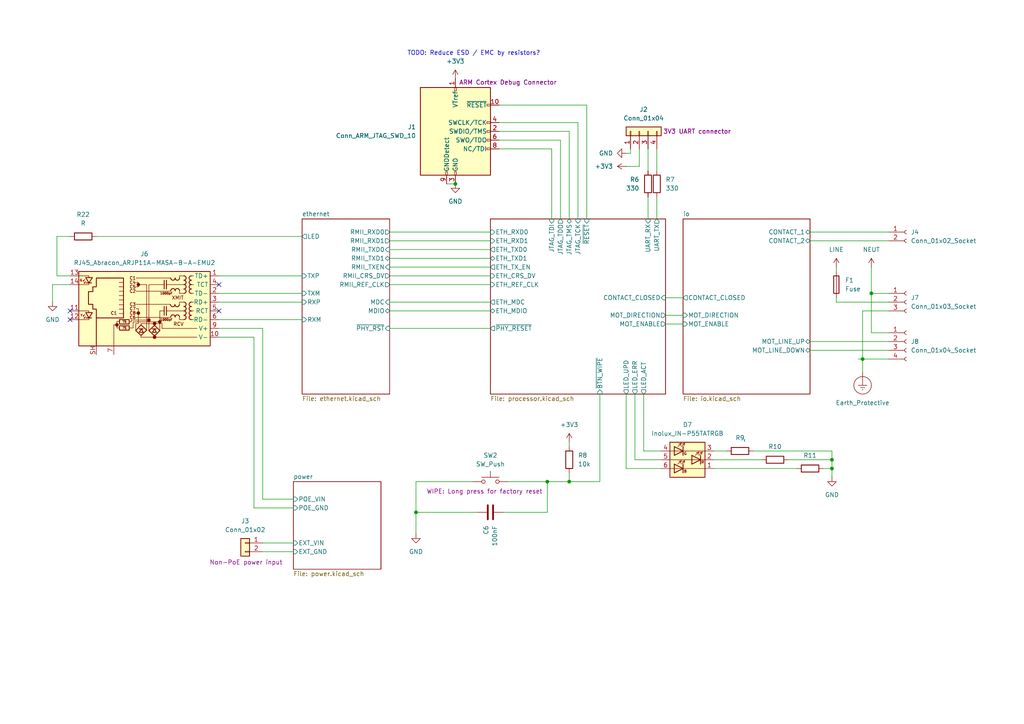
<source format=kicad_sch>
(kicad_sch (version 20250114) (generator "eeschema") (generator_version "9.0")
  (paper "A4")
  (title_block (title "iot-contact"))
  (lib_symbols
    (symbol "Connector:Conn_01x02_Socket" (pin_names (offset 1.016) (hide yes))
      (property "Reference" "J" (at 0 2.54 0))
      (property "Value" "Conn_01x02_Socket" (at 0 -5.08 0))
      (symbol "Conn_01x02_Socket_1_1"
        (polyline (pts (xy -1.27 0) (xy -0.508 0)) (stroke (width 0.1524)))
        (polyline (pts (xy -1.27 -2.54) (xy -0.508 -2.54)) (stroke (width 0.1524)))
        (arc (start 0 -0.508) (mid -0.5058 0) (end 0 0.508) (stroke (width 0.1524)))
        (arc (start 0 -3.048) (mid -0.5058 -2.54) (end 0 -2.032) (stroke (width 0.1524)))
        (pin passive line (at -5.08 0 0) (length 3.81) (name "Pin_1") (number "1"))
        (pin passive line (at -5.08 -2.54 0) (length 3.81) (name "Pin_2") (number "2"))
      )
    )
    (symbol "Connector:Conn_01x03_Socket" (pin_names (offset 1.016) (hide yes))
      (property "Reference" "J" (at 0 5.08 0))
      (property "Value" "Conn_01x03_Socket" (at 0 -5.08 0))
      (symbol "Conn_01x03_Socket_1_1"
        (polyline (pts (xy -1.27 2.54) (xy -0.508 2.54)) (stroke (width 0.1524)))
        (polyline (pts (xy -1.27 0) (xy -0.508 0)) (stroke (width 0.1524)))
        (polyline (pts (xy -1.27 -2.54) (xy -0.508 -2.54)) (stroke (width 0.1524)))
        (arc (start 0 2.032) (mid -0.5058 2.54) (end 0 3.048) (stroke (width 0.1524)))
        (arc (start 0 -0.508) (mid -0.5058 0) (end 0 0.508) (stroke (width 0.1524)))
        (arc (start 0 -3.048) (mid -0.5058 -2.54) (end 0 -2.032) (stroke (width 0.1524)))
        (pin passive line (at -5.08 2.54 0) (length 3.81) (name "Pin_1") (number "1"))
        (pin passive line (at -5.08 0 0) (length 3.81) (name "Pin_2") (number "2"))
        (pin passive line (at -5.08 -2.54 0) (length 3.81) (name "Pin_3") (number "3"))
      )
    )
    (symbol "Connector:Conn_01x04_Socket" (pin_names (offset 1.016) (hide yes))
      (property "Reference" "J" (at 0 5.08 0))
      (property "Value" "Conn_01x04_Socket" (at 0 -7.62 0))
      (symbol "Conn_01x04_Socket_1_1"
        (polyline (pts (xy -1.27 2.54) (xy -0.508 2.54)) (stroke (width 0.1524)))
        (polyline (pts (xy -1.27 0) (xy -0.508 0)) (stroke (width 0.1524)))
        (polyline (pts (xy -1.27 -2.54) (xy -0.508 -2.54)) (stroke (width 0.1524)))
        (polyline (pts (xy -1.27 -5.08) (xy -0.508 -5.08)) (stroke (width 0.1524)))
        (arc (start 0 2.032) (mid -0.5058 2.54) (end 0 3.048) (stroke (width 0.1524)))
        (arc (start 0 -0.508) (mid -0.5058 0) (end 0 0.508) (stroke (width 0.1524)))
        (arc (start 0 -3.048) (mid -0.5058 -2.54) (end 0 -2.032) (stroke (width 0.1524)))
        (arc (start 0 -5.588) (mid -0.5058 -5.08) (end 0 -4.572) (stroke (width 0.1524)))
        (pin passive line (at -5.08 2.54 0) (length 3.81) (name "Pin_1") (number "1"))
        (pin passive line (at -5.08 0 0) (length 3.81) (name "Pin_2") (number "2"))
        (pin passive line (at -5.08 -2.54 0) (length 3.81) (name "Pin_3") (number "3"))
        (pin passive line (at -5.08 -5.08 0) (length 3.81) (name "Pin_4") (number "4"))
      )
    )
    (symbol "Connector:Conn_ARM_JTAG_SWD_10" (pin_names (offset 1.016))
      (property "Reference" "J" (at -2.54 16.51 0))
      (property "Value" "Conn_ARM_JTAG_SWD_10" (at -2.54 13.97 0))
      (symbol "Conn_ARM_JTAG_SWD_10_0_1"
        (rectangle (start -10.16 12.7) (end 10.16 -12.7) (stroke (width 0.254)) (fill (type background)))
        (rectangle (start -2.794 -12.7) (end -2.286 -11.684))
        (rectangle (start -0.254 12.7) (end 0.254 11.684))
        (rectangle (start -0.254 -12.7) (end 0.254 -11.684))
        (rectangle (start 9.144 2.286) (end 10.16 2.794))
        (rectangle (start 10.16 7.874) (end 9.144 7.366))
        (rectangle (start 10.16 -0.254) (end 9.144 0.254))
        (rectangle (start 10.16 -2.794) (end 9.144 -2.286))
      )
      (symbol "Conn_ARM_JTAG_SWD_10_1_1"
        (rectangle (start 9.144 -5.334) (end 10.16 -4.826))
        (pin no_connect line (at -10.16 0 0) (length 2.54) (hide yes) (name "KEY") (number "7"))
        (pin passive line (at -2.54 -15.24 90) (length 2.54) (name "GNDDetect") (number "9"))
        (pin power_in line (at 0 15.24 270) (length 2.54) (name "VTref") (number "1"))
        (pin power_in line (at 0 -15.24 90) (length 2.54) (name "GND") (number "3"))
        (pin passive line (at 0 -15.24 90) (length 2.54) (hide yes) (name "GND") (number "5"))
        (pin open_collector line (at 12.7 7.62 180) (length 2.54) (name "~{RESET}") (number "10"))
        (pin output line (at 12.7 2.54 180) (length 2.54) (name "SWCLK/TCK") (number "4"))
        (pin bidirectional line (at 12.7 0 180) (length 2.54) (name "SWDIO/TMS") (number "2"))
        (pin input line (at 12.7 -2.54 180) (length 2.54) (name "SWO/TDO") (number "6"))
        (pin output line (at 12.7 -5.08 180) (length 2.54) (name "NC/TDI") (number "8"))
      )
    )
    (symbol "Connector:RJ45_Abracon_ARJP11A-MASA-B-A-EMU2"
      (property "Reference" "J" (at 18.415 12.7 0))
      (property "Value" "RJ45_Abracon_ARJP11A-MASA-B-A-EMU2" (at -4.445 12.7 0))
      (symbol "RJ45_Abracon_ARJP11A-MASA-B-A-EMU2_0_0"
        (polyline (pts (xy -5.08 8.89) (xy -5.08 6.35)) (stroke (width 0.254)))
        (polyline (pts (xy -5.08 1.27) (xy -5.08 -1.27)) (stroke (width 0.254)))
        (polyline (pts (xy -4.445 8.89) (xy -4.445 6.35)) (stroke (width 0.254)))
        (polyline (pts (xy -4.445 1.27) (xy -4.445 -1.27)) (stroke (width 0.254)))
        (circle (center -3.175 -3.175) (radius 0.0001) (stroke (width 0.508)))
        (circle (center -1.651 -3.683) (radius 0.0001) (stroke (width 0.508)))
        (circle (center -1.651 -7.62) (radius 0.0001) (stroke (width 0.508)))
        (circle (center 0 -2.667) (radius 0.0001) (stroke (width 0.508)))
        (circle (center 3.048 7.62) (radius 0.0001) (stroke (width 0.508)))
        (circle (center 3.048 -0.635) (radius 0.0001) (stroke (width 0.508)))
        (polyline (pts (xy 3.683 8.255) (xy 3.048 8.255) (xy 3.048 6.985) (xy 3.683 6.985)))
        (polyline (pts (xy 3.683 0.635) (xy 3.048 0.635) (xy 3.048 -0.635) (xy 3.683 -0.635)))
        (polyline (pts (xy 8.636 -4.953) (xy 9.271 -4.953) (xy 9.271 -3.048) (xy 8.636 -3.048)))
        (polyline (pts (xy 9.271 -4.064) (xy 10.16 -4.064)))
        (circle (center 9.271 -4.064) (radius 0.0001) (stroke (width 0.508)))
        (polyline (pts (xy 17.399 9.652) (xy 17.399 10.16) (xy 20.32 10.16)))
        (polyline (pts (xy 17.399 -0.508) (xy 17.399 0) (xy 20.32 0)))
        (polyline (pts (xy 20.32 7.62) (xy 17.399 7.62) (xy 17.399 8.128)))
        (polyline (pts (xy 20.32 -2.54) (xy 17.399 -2.54) (xy 17.399 -2.032)))
        (text "XMIT" (at -10.16 3.81 0) (effects (font (size 1.016 1.016)) (justify left)))
        (text "RCV" (at -10.16 -3.81 0) (effects (font (size 1.016 1.016)) (justify left)))
        (text "C1" (at 4.699 9.525 0) (effects (font (size 0.889 0.889))))
        (text "C4" (at 4.699 8.255 0) (effects (font (size 0.889 0.889))))
        (text "C5" (at 4.699 6.985 0) (effects (font (size 0.889 0.889))))
        (text "C2" (at 4.699 5.715 0) (effects (font (size 0.889 0.889))))
        (text "C3" (at 4.699 1.905 0) (effects (font (size 0.889 0.889))))
        (text "C7" (at 4.699 0.635 0) (effects (font (size 0.889 0.889))))
        (text "C8" (at 4.699 -0.635 0) (effects (font (size 0.889 0.889))))
        (text "C6" (at 4.699 -1.905 0) (effects (font (size 0.889 0.889))))
        (text "C1" (at 10.16 -0.635 0) (effects (font (size 0.889 0.889))))
      )
      (symbol "RJ45_Abracon_ARJP11A-MASA-B-A-EMU2_0_1"
        (rectangle (start -17.78 11.43) (end 20.32 -10.16) (stroke (width 0.254)) (fill (type background)))
        (polyline (pts (xy -12.3163 10.16) (xy -12.9513 10.16)))
        (polyline (pts (xy -12.3163 7.62) (xy -12.9513 7.62)))
        (polyline (pts (xy -12.3163 5.08) (xy -12.9513 5.08)))
        (polyline (pts (xy -12.3163 2.54) (xy -12.9513 2.54)))
        (polyline (pts (xy -12.3163 0) (xy -12.9513 0)))
        (polyline (pts (xy -12.3163 -2.54) (xy -12.9513 -2.54)))
        (polyline (pts (xy -10.16 10.16) (xy -8.89 10.16) (xy -8.89 9.525)))
        (polyline (pts (xy -10.16 2.54) (xy -8.89 2.54) (xy -8.89 1.905)))
        (polyline (pts (xy -8.89 5.715) (xy -8.89 5.08) (xy -10.16 5.08)))
        (polyline (pts (xy -8.89 -1.905) (xy -8.89 -2.54) (xy -10.16 -2.54)))
        (polyline (pts (xy -6.35 9.525) (xy 3.683 9.525)))
        (polyline (pts (xy -6.35 5.715) (xy 3.683 5.715)))
        (polyline (pts (xy -6.35 -1.905) (xy 3.683 -1.905)))
        (polyline (pts (xy -6.223 1.905) (xy 3.683 1.905)))
        (polyline (pts (xy -5.08 7.62) (xy -10.16 7.62)))
        (polyline (pts (xy -5.08 0) (xy -10.16 0)))
        (polyline (pts (xy -4.445 7.62) (xy 0 7.62) (xy 0 -5.715)))
        (polyline (pts (xy -4.445 0) (xy -3.175 0) (xy -3.175 -5.715)))
        (polyline (pts (xy 7.366 5.715) (xy 8.636 5.715)))
        (polyline (pts (xy 7.366 4.445) (xy 8.636 4.445)))
        (polyline (pts (xy 7.366 3.175) (xy 8.636 3.175)))
        (polyline (pts (xy 7.366 1.778) (xy 8.636 1.778)))
        (polyline (pts (xy 7.366 0.508) (xy 8.636 0.508)))
        (polyline (pts (xy 8.636 8.255) (xy 7.366 8.255)))
        (polyline (pts (xy 8.636 6.985) (xy 7.366 6.985)))
        (polyline (pts (xy 8.636 -0.762) (xy 7.366 -0.762)))
      )
      (symbol "RJ45_Abracon_ARJP11A-MASA-B-A-EMU2_1_0"
        (text "1000pF" (at -5.08 5.08 0) (effects (font (size 0.635 0.635))))
        (text "1000pF" (at -5.08 -2.54 0) (effects (font (size 0.635 0.635))))
      )
      (symbol "RJ45_Abracon_ARJP11A-MASA-B-A-EMU2_1_1"
        (polyline (pts (xy -13.97 -5.08) (xy -3.81 -5.08)))
        (polyline (pts (xy -13.97 -7.62) (xy 2.286 -7.62)))
        (arc (start -12.3163 2.54) (mid -11.684 1.905) (end -12.3163 1.27) (stroke (width 0.254)))
        (arc (start -12.3136 10.16) (mid -11.6813 9.525) (end -12.3136 8.89) (stroke (width 0.254)))
        (arc (start -12.3136 1.27) (mid -11.6813 0.635) (end -12.3136 0) (stroke (width 0.254)))
        (arc (start -12.3136 0) (mid -11.6813 -0.635) (end -12.3136 -1.27) (stroke (width 0.254)))
        (arc (start -12.3136 -1.27) (mid -11.6813 -1.905) (end -12.3136 -2.54) (stroke (width 0.254)))
        (arc (start -12.3109 8.89) (mid -11.6786 8.255) (end -12.3109 7.62) (stroke (width 0.254)))
        (arc (start -12.3109 7.62) (mid -11.6786 6.985) (end -12.3109 6.35) (stroke (width 0.254)))
        (arc (start -12.3109 6.35) (mid -11.6786 5.715) (end -12.3109 5.08) (stroke (width 0.254)))
        (arc (start -10.1654 8.89) (mid -10.7977 9.525) (end -10.1654 10.16) (stroke (width 0.254)))
        (arc (start -10.1654 7.62) (mid -10.7977 8.255) (end -10.1654 8.89) (stroke (width 0.254)))
        (arc (start -10.1654 6.35) (mid -10.7977 6.985) (end -10.1654 7.62) (stroke (width 0.254)))
        (arc (start -10.1654 1.27) (mid -10.7977 1.905) (end -10.1654 2.54) (stroke (width 0.254)))
        (arc (start -10.1654 0) (mid -10.7977 0.635) (end -10.1654 1.27) (stroke (width 0.254)))
        (arc (start -10.1654 -1.27) (mid -10.7977 -0.635) (end -10.1654 0) (stroke (width 0.254)))
        (arc (start -10.1627 5.08) (mid -10.795 5.715) (end -10.1627 6.35) (stroke (width 0.254)))
        (arc (start -10.1627 -2.54) (mid -10.795 -1.905) (end -10.1627 -1.27) (stroke (width 0.254)))
        (arc (start -7.62 9.5223) (mid -8.255 8.89) (end -8.89 9.5223) (stroke (width 0.254)))
        (arc (start -8.89 5.8447) (mid -8.255 6.477) (end -7.62 5.8447) (stroke (width 0.254)))
        (arc (start -8.89 -1.7753) (mid -8.255 -1.143) (end -7.62 -1.7753) (stroke (width 0.254)))
        (arc (start -7.5565 1.8388) (mid -8.1915 1.2065) (end -8.8265 1.8388) (stroke (width 0.254)))
        (arc (start -6.35 9.525) (mid -6.985 8.8927) (end -7.62 9.525) (stroke (width 0.254)))
        (arc (start -7.62 5.8474) (mid -6.985 6.4797) (end -6.35 5.8474) (stroke (width 0.254)))
        (arc (start -7.62 -1.7726) (mid -6.985 -1.1403) (end -6.35 -1.7726) (stroke (width 0.254)))
        (arc (start -6.2865 1.8415) (mid -6.9215 1.2092) (end -7.5565 1.8415) (stroke (width 0.254)))
        (polyline (pts (xy -3.81 -5.08) (xy -3.81 -3.683) (xy -1.651 -3.683)))
        (polyline (pts (xy -2.159 -5.207) (xy -1.016 -5.207)) (stroke (width 0.254)))
        (polyline (pts (xy -2.159 -6.223) (xy -1.016 -6.223) (xy -1.651 -5.207) (xy -2.159 -6.223)) (stroke (width 0.254)))
        (polyline (pts (xy -1.905 -3.683) (xy -1.651 -3.683) (xy -1.651 -4.191)))
        (polyline (pts (xy -1.651 -3.683) (xy 2.286 -3.683) (xy 2.286 -4.064)))
        (polyline (pts (xy -1.651 -4.191) (xy -3.175 -5.715) (xy -1.651 -7.239) (xy 0 -5.715) (xy -1.651 -4.191)) (stroke (width 0.254)))
        (polyline (pts (xy -1.651 -7.239) (xy -1.651 -7.493)))
        (polyline (pts (xy 1.651 -5.207) (xy 2.794 -5.207)) (stroke (width 0.254)))
        (polyline (pts (xy 1.651 -6.223) (xy 2.794 -6.223) (xy 2.159 -5.207) (xy 1.651 -6.223)) (stroke (width 0.254)))
        (polyline (pts (xy 2.286 -4.064) (xy 0.635 -5.588) (xy 2.286 -7.112) (xy 3.81 -5.715) (xy 2.286 -4.064)) (stroke (width 0.254)))
        (polyline (pts (xy 2.286 -7.112) (xy 2.286 -7.62)))
        (polyline (pts (xy 3.048 7.62) (xy 0.635 7.62) (xy 0.635 -5.588)))
        (polyline (pts (xy 3.048 -0.508) (xy 3.048 -3.683) (xy 3.81 -3.683) (xy 3.81 -5.715)))
        (polyline (pts (xy 5.715 -3.175) (xy 5.08 -3.175) (xy 5.08 -2.667) (xy 0 -2.667)))
        (polyline (pts (xy 5.715 -4.953) (xy 4.572 -4.953) (xy 4.572 -3.175) (xy -3.175 -3.175)))
        (polyline (pts (xy 7.366 -2.032) (xy 7.366 9.525) (xy 15.24 9.525) (xy 15.24 6.985) (xy 16.256 6.985) (xy 16.256 5.588) (xy 17.526 5.588) (xy 17.526 1.905) (xy 16.256 1.905) (xy 16.256 0.508) (xy 15.24 0.508) (xy 15.24 -2.032) (xy 7.366 -2.032)) (stroke (width 0.254)))
        (rectangle (start 8.509 -3.81) (end 5.715 -2.54) (stroke (width 0.254)))
        (rectangle (start 8.509 -5.588) (end 5.715 -4.318) (stroke (width 0.254)))
        (polyline (pts (xy 10.16 -4.064) (xy 10.16 -10.16)))
        (polyline (pts (xy 15.24 -10.16) (xy 15.24 -2.032)) (stroke (width 0.254)))
        (polyline (pts (xy 18.161 8.128) (xy 16.637 8.128)) (stroke (width 0.254)))
        (polyline (pts (xy 18.161 -2.032) (xy 16.637 -2.032)) (stroke (width 0.254)))
        (polyline (pts (xy 18.288 9.652) (xy 16.383 9.652) (xy 17.399 8.128) (xy 18.288 9.652)) (stroke (width 0.254)))
        (polyline (pts (xy 18.288 8.509) (xy 18.796 8.001) (xy 18.542 8.001)))
        (polyline (pts (xy 18.288 -0.508) (xy 16.383 -0.508) (xy 17.399 -2.032) (xy 18.288 -0.508)) (stroke (width 0.254)))
        (polyline (pts (xy 18.288 -1.651) (xy 18.796 -2.159) (xy 18.542 -2.159)))
        (polyline (pts (xy 18.542 9.144) (xy 19.05 8.636) (xy 18.796 8.636)))
        (polyline (pts (xy 18.542 -1.016) (xy 19.05 -1.524) (xy 18.796 -1.524)))
        (polyline (pts (xy 18.796 8.001) (xy 18.796 8.255)))
        (polyline (pts (xy 18.796 -2.159) (xy 18.796 -1.905)))
        (polyline (pts (xy 19.05 8.636) (xy 19.05 8.89)))
        (polyline (pts (xy 19.05 -1.524) (xy 19.05 -1.27)))
        (text "75" (at 7.112 -3.175 0) (effects (font (size 0.635 0.635))))
        (text "75" (at 7.112 -4.953 0) (effects (font (size 0.635 0.635))))
        (text "Y" (at 19.558 -1.27 0) (effects (font (size 0.635 0.635))))
        (text "G" (at 19.685 8.89 0) (effects (font (size 0.635 0.635))))
        (pin passive line (at -20.32 10.16 0) (length 2.54) (name "TD+") (number "1"))
        (pin passive line (at -20.32 7.62 0) (length 2.54) (name "TCT") (number "4"))
        (pin passive line (at -20.32 5.08 0) (length 2.54) (name "TD-") (number "2"))
        (pin passive line (at -20.32 2.54 0) (length 2.54) (name "RD+") (number "3"))
        (pin passive line (at -20.32 0 0) (length 2.54) (name "RCT") (number "5"))
        (pin passive line (at -20.32 -2.54 0) (length 2.54) (name "RD-") (number "6"))
        (pin power_out line (at -20.32 -5.08 0) (length 2.54) (name "V+") (number "9"))
        (pin power_out line (at -20.32 -7.62 0) (length 2.54) (name "V-") (number "10"))
        (pin power_in line (at 10.16 -12.7 90) (length 2.54) (name "") (number "7"))
        (pin passive line (at 15.24 -12.7 90) (length 2.54) (name "") (number "SH"))
        (pin no_connect line (at 20.32 5.08 0) (length 0) (hide yes) (name "NC") (number "8"))
        (pin passive line (at 22.86 10.16 180) (length 2.54) (name "") (number "13"))
        (pin passive line (at 22.86 7.62 180) (length 2.54) (name "") (number "14"))
        (pin passive line (at 22.86 0 180) (length 2.54) (name "") (number "11"))
        (pin passive line (at 22.86 -2.54 180) (length 2.54) (name "") (number "12"))
      )
    )
    (symbol "Connector_Generic:Conn_01x02" (pin_names (offset 1.016) (hide yes))
      (property "Reference" "J" (at 0 2.54 0))
      (property "Value" "Conn_01x02" (at 0 -5.08 0))
      (symbol "Conn_01x02_1_1"
        (rectangle (start -1.27 1.27) (end 1.27 -3.81) (stroke (width 0.254)) (fill (type background)))
        (rectangle (start -1.27 0.127) (end 0 -0.127) (stroke (width 0.1524)))
        (rectangle (start -1.27 -2.413) (end 0 -2.667) (stroke (width 0.1524)))
        (pin passive line (at -5.08 0 0) (length 3.81) (name "Pin_1") (number "1"))
        (pin passive line (at -5.08 -2.54 0) (length 3.81) (name "Pin_2") (number "2"))
      )
    )
    (symbol "Connector_Generic:Conn_01x04" (pin_names (offset 1.016) (hide yes))
      (property "Reference" "J" (at 0 5.08 0))
      (property "Value" "Conn_01x04" (at 0 -7.62 0))
      (symbol "Conn_01x04_1_1"
        (rectangle (start -1.27 3.81) (end 1.27 -6.35) (stroke (width 0.254)) (fill (type background)))
        (rectangle (start -1.27 2.667) (end 0 2.413) (stroke (width 0.1524)))
        (rectangle (start -1.27 0.127) (end 0 -0.127) (stroke (width 0.1524)))
        (rectangle (start -1.27 -2.413) (end 0 -2.667) (stroke (width 0.1524)))
        (rectangle (start -1.27 -4.953) (end 0 -5.207) (stroke (width 0.1524)))
        (pin passive line (at -5.08 2.54 0) (length 3.81) (name "Pin_1") (number "1"))
        (pin passive line (at -5.08 0 0) (length 3.81) (name "Pin_2") (number "2"))
        (pin passive line (at -5.08 -2.54 0) (length 3.81) (name "Pin_3") (number "3"))
        (pin passive line (at -5.08 -5.08 0) (length 3.81) (name "Pin_4") (number "4"))
      )
    )
    (symbol "Device:C" (pin_numbers (hide yes)) (pin_names (offset 0.254))
      (property "Reference" "C" (at 0.635 2.54 0))
      (property "Value" "C" (at 0.635 -2.54 0))
      (symbol "C_0_1"
        (polyline (pts (xy -2.032 0.762) (xy 2.032 0.762)) (stroke (width 0.508)))
        (polyline (pts (xy -2.032 -0.762) (xy 2.032 -0.762)) (stroke (width 0.508)))
      )
      (symbol "C_1_1"
        (pin passive line (at 0 3.81 270) (length 2.794) (name "~") (number "1"))
        (pin passive line (at 0 -3.81 90) (length 2.794) (name "~") (number "2"))
      )
    )
    (symbol "Device:Fuse" (pin_numbers (hide yes)) (pin_names (offset 0))
      (property "Reference" "F" (at 2.032 0 90))
      (property "Value" "Fuse" (at -1.905 0 90))
      (symbol "Fuse_0_1"
        (rectangle (start -0.762 -2.54) (end 0.762 2.54) (stroke (width 0.254)))
        (polyline (pts (xy 0 2.54) (xy 0 -2.54)))
      )
      (symbol "Fuse_1_1"
        (pin passive line (at 0 3.81 270) (length 1.27) (name "~") (number "1"))
        (pin passive line (at 0 -3.81 90) (length 1.27) (name "~") (number "2"))
      )
    )
    (symbol "Device:R" (pin_numbers (hide yes)) (pin_names (offset 0))
      (property "Reference" "R" (at 2.032 0 90))
      (property "Value" "R" (at 0 0 90))
      (symbol "R_0_1"
        (rectangle (start -1.016 -2.54) (end 1.016 2.54) (stroke (width 0.254)))
      )
      (symbol "R_1_1"
        (pin passive line (at 0 3.81 270) (length 1.27) (name "~") (number "1"))
        (pin passive line (at 0 -3.81 90) (length 1.27) (name "~") (number "2"))
      )
    )
    (symbol "LED:Inolux_IN-P55TATRGB" (pin_names (hide yes))
      (property "Reference" "D" (at -5.08 6.35 0))
      (property "Value" "Inolux_IN-P55TATRGB" (at -5.08 -6.35 0))
      (symbol "Inolux_IN-P55TATRGB_0_0"
        (text "B" (at -0.635 -3.3274 0) (effects (font (size 0.762 0.762))))
      )
      (symbol "Inolux_IN-P55TATRGB_0_1"
        (rectangle (start -5.08 5.08) (end 5.08 -5.08) (stroke (width 0.254)) (fill (type background)))
        (polyline (pts (xy -5.08 2.54) (xy 5.08 2.54)))
        (polyline (pts (xy -5.08 0) (xy 5.08 0)))
        (polyline (pts (xy -5.08 -2.54) (xy 5.08 -2.54)))
        (polyline (pts (xy -3.81 3.81) (xy -3.81 1.27) (xy -1.27 2.54) (xy -3.81 3.81)) (stroke (width 0.254)))
        (polyline (pts (xy -3.81 -1.27) (xy -3.81 -3.81) (xy -1.27 -2.54) (xy -3.81 -1.27)) (stroke (width 0.254)))
        (polyline (pts (xy -2.794 3.81) (xy -1.778 4.826)))
        (polyline (pts (xy -2.794 -1.27) (xy -1.778 -0.254)))
        (polyline (pts (xy -2.54 4.572) (xy -1.778 4.826) (xy -2.032 4.064)))
        (polyline (pts (xy -2.032 -1.016) (xy -1.778 -0.254) (xy -2.54 -0.508)))
        (polyline (pts (xy -1.778 3.81) (xy -0.762 4.826)))
        (polyline (pts (xy -1.778 -1.27) (xy -0.762 -0.254)))
        (polyline (pts (xy -1.524 4.572) (xy -0.762 4.826) (xy -1.016 4.064)))
        (polyline (pts (xy -1.524 -0.508) (xy -0.762 -0.254) (xy -1.016 -1.016)))
        (polyline (pts (xy -1.27 3.81) (xy -1.27 1.27)) (stroke (width 0.254)))
        (polyline (pts (xy -1.27 -1.27) (xy -1.27 -3.81)) (stroke (width 0.254)))
        (polyline (pts (xy 1.27 1.27) (xy 1.27 -1.27) (xy 3.81 0) (xy 1.27 1.27)) (stroke (width 0.254)))
        (polyline (pts (xy 2.286 1.27) (xy 3.302 2.286)))
        (polyline (pts (xy 3.048 1.524) (xy 3.302 2.286) (xy 2.54 2.032)))
        (polyline (pts (xy 3.302 1.27) (xy 4.318 2.286)))
        (polyline (pts (xy 3.556 2.032) (xy 4.318 2.286) (xy 4.064 1.524)))
        (polyline (pts (xy 3.81 1.27) (xy 3.81 -1.27)) (stroke (width 0.254)))
      )
      (symbol "Inolux_IN-P55TATRGB_1_0"
        (text "G" (at -0.635 1.8034 0) (effects (font (size 0.762 0.762))))
        (text "R" (at 4.4196 -0.7112 0) (effects (font (size 0.762 0.762))))
      )
      (symbol "Inolux_IN-P55TATRGB_1_1"
        (pin passive line (at -7.62 2.54 0) (length 2.54) (name "AG") (number "4"))
        (pin passive line (at -7.62 0 0) (length 2.54) (name "AR") (number "5"))
        (pin passive line (at -7.62 -2.54 0) (length 2.54) (name "AB") (number "6"))
        (pin passive line (at 7.62 2.54 180) (length 2.54) (name "KG") (number "3"))
        (pin passive line (at 7.62 0 180) (length 2.54) (name "KR") (number "2"))
        (pin passive line (at 7.62 -2.54 180) (length 2.54) (name "KB") (number "1"))
      )
    )
    (symbol "Switch:SW_Push" (pin_numbers (hide yes)) (pin_names (offset 1.016) (hide yes))
      (property "Reference" "SW" (at 1.27 2.54 0))
      (property "Value" "SW_Push" (at 0 -1.524 0))
      (symbol "SW_Push_0_1"
        (circle (center -2.032 0) (radius 0.508))
        (polyline (pts (xy 0 1.27) (xy 0 3.048)))
        (circle (center 2.032 0) (radius 0.508))
        (polyline (pts (xy 2.54 1.27) (xy -2.54 1.27)))
        (pin passive line (at -5.08 0 0) (length 2.54) (name "1") (number "1"))
        (pin passive line (at 5.08 0 180) (length 2.54) (name "2") (number "2"))
      )
    )
    (symbol "power:+3V3" (power) (pin_numbers (hide yes)) (pin_names (offset 0) (hide yes))
      (property "Value" "+3V3" (at 0 3.556 0))
      (symbol "+3V3_0_1"
        (polyline (pts (xy -0.762 1.27) (xy 0 2.54)))
        (polyline (pts (xy 0 2.54) (xy 0.762 1.27)))
        (polyline (pts (xy 0 0) (xy 0 2.54)))
      )
      (symbol "+3V3_1_1"
        (pin power_in line (at 0 0 90) (length 0) (name "~") (number "1"))
      )
    )
    (symbol "power:Earth_Protective" (power) (pin_numbers (hide yes)) (pin_names (offset 0) (hide yes))
      (property "Value" "Earth_Protective" (at 0 -7.62 0))
      (symbol "Earth_Protective_0_1"
        (polyline (pts (xy -0.635 -4.445) (xy 0.635 -4.445)))
        (polyline (pts (xy -0.127 -5.08) (xy 0.127 -5.08)))
        (polyline (pts (xy 0 -3.81) (xy 0 0)))
        (circle (center 0 -3.81) (radius 2.54))
        (polyline (pts (xy 1.27 -3.81) (xy -1.27 -3.81)))
      )
      (symbol "Earth_Protective_1_1"
        (pin power_in line (at 0 0 270) (length 0) (name "~") (number "1"))
      )
    )
    (symbol "power:GND" (power) (pin_numbers (hide yes)) (pin_names (offset 0) (hide yes))
      (property "Value" "GND" (at 0 -3.81 0))
      (symbol "GND_0_1"
        (polyline (pts (xy 0 0) (xy 0 -1.27) (xy 1.27 -1.27) (xy 0 -2.54) (xy -1.27 -1.27) (xy 0 -1.27)))
      )
      (symbol "GND_1_1"
        (pin power_in line (at 0 0 270) (length 0) (name "~") (number "1"))
      )
    )
    (symbol "power:LINE" (power) (pin_numbers (hide yes)) (pin_names (offset 0) (hide yes))
      (property "Value" "LINE" (at 0 3.556 0))
      (symbol "LINE_0_1"
        (polyline (pts (xy -0.762 1.27) (xy 0 2.54)))
        (polyline (pts (xy 0 2.54) (xy 0.762 1.27)))
        (polyline (pts (xy 0 0) (xy 0 2.54)))
      )
      (symbol "LINE_1_1"
        (pin power_in line (at 0 0 90) (length 0) (name "~") (number "1"))
      )
    )
    (symbol "power:NEUT" (power) (pin_numbers (hide yes)) (pin_names (offset 0) (hide yes))
      (property "Value" "NEUT" (at 0 3.556 0))
      (symbol "NEUT_0_1"
        (polyline (pts (xy -0.762 1.27) (xy 0 2.54)))
        (polyline (pts (xy 0 2.54) (xy 0.762 1.27)))
        (polyline (pts (xy 0 0) (xy 0 2.54)))
      )
      (symbol "NEUT_1_1"
        (pin power_in line (at 0 0 90) (length 0) (name "~") (number "1"))
      )
    )
  )
  (text "TODO: Reduce ESD / EMC by resistors?" (at 137.414 15.494 0) (effects (font (size 1.27 1.27))))
  (junction (at 120.65 148.59))
  (junction (at 250.19 104.14))
  (junction (at 241.3 133.35))
  (junction (at 165.1 139.7))
  (junction (at 158.75 139.7))
  (junction (at 241.3 135.89))
  (junction (at 252.73 85.09))
  (junction (at 132.08 53.34))
  (no_connect (at 63.5 90.17))
  (no_connect (at 63.5 82.55))
  (no_connect (at 20.32 90.17))
  (no_connect (at 20.32 92.71))
  (wire (pts (xy 162.56 40.64) (xy 162.56 63.5)))
  (wire (pts (xy 190.5 57.15) (xy 190.5 63.5)))
  (wire (pts (xy 120.65 139.7) (xy 137.16 139.7)))
  (wire (pts (xy 120.65 139.7) (xy 120.65 148.59)))
  (wire (pts (xy 234.95 99.06) (xy 257.81 99.06)))
  (wire (pts (xy 257.81 96.52) (xy 252.73 96.52)))
  (wire (pts (xy 113.03 69.85) (xy 142.24 69.85)))
  (wire (pts (xy 250.19 104.14) (xy 248.92 104.14)))
  (wire (pts (xy 234.95 67.31) (xy 257.81 67.31)))
  (wire (pts (xy 113.03 74.93) (xy 142.24 74.93)))
  (wire (pts (xy 228.6 133.35) (xy 241.3 133.35)))
  (wire (pts (xy 181.61 114.3) (xy 181.61 135.89)))
  (wire (pts (xy 185.42 48.26) (xy 181.61 48.26)))
  (wire (pts (xy 158.75 148.59) (xy 158.75 139.7)))
  (wire (pts (xy 207.01 130.81) (xy 210.82 130.81)))
  (wire (pts (xy 147.32 139.7) (xy 158.75 139.7)))
  (wire (pts (xy 113.03 95.25) (xy 142.24 95.25)))
  (wire (pts (xy 241.3 135.89) (xy 241.3 138.43)))
  (wire (pts (xy 20.32 82.55) (xy 15.24 82.55)))
  (wire (pts (xy 181.61 135.89) (xy 191.77 135.89)))
  (wire (pts (xy 144.78 35.56) (xy 167.64 35.56)))
  (wire (pts (xy 165.1 139.7) (xy 158.75 139.7)))
  (wire (pts (xy 193.04 86.36) (xy 198.12 86.36)))
  (wire (pts (xy 144.78 30.48) (xy 170.18 30.48)))
  (wire (pts (xy 170.18 30.48) (xy 170.18 63.5)))
  (wire (pts (xy 16.51 68.58) (xy 16.51 80.01)))
  (wire (pts (xy 173.99 114.3) (xy 173.99 139.7)))
  (wire (pts (xy 27.94 68.58) (xy 87.63 68.58)))
  (wire (pts (xy 186.69 130.81) (xy 191.77 130.81)))
  (wire (pts (xy 113.03 77.47) (xy 142.24 77.47)))
  (wire (pts (xy 234.95 69.85) (xy 257.81 69.85)))
  (wire (pts (xy 186.69 114.3) (xy 186.69 130.81)))
  (wire (pts (xy 129.54 53.34) (xy 132.08 53.34)))
  (wire (pts (xy 16.51 80.01) (xy 20.32 80.01)))
  (wire (pts (xy 144.78 40.64) (xy 162.56 40.64)))
  (wire (pts (xy 241.3 133.35) (xy 241.3 135.89)))
  (wire (pts (xy 73.66 97.79) (xy 73.66 147.32)))
  (wire (pts (xy 238.76 135.89) (xy 241.3 135.89)))
  (wire (pts (xy 181.61 44.45) (xy 182.88 44.45)))
  (wire (pts (xy 252.73 85.09) (xy 257.81 85.09)))
  (wire (pts (xy 187.96 57.15) (xy 187.96 63.5)))
  (wire (pts (xy 63.5 95.25) (xy 76.2 95.25)))
  (wire (pts (xy 63.5 92.71) (xy 87.63 92.71)))
  (wire (pts (xy 242.57 77.47) (xy 242.57 78.74)))
  (wire (pts (xy 250.19 104.14) (xy 250.19 90.17)))
  (wire (pts (xy 185.42 43.18) (xy 185.42 48.26)))
  (wire (pts (xy 252.73 85.09) (xy 252.73 96.52)))
  (wire (pts (xy 144.78 43.18) (xy 160.02 43.18)))
  (wire (pts (xy 165.1 128.27) (xy 165.1 129.54)))
  (wire (pts (xy 187.96 43.18) (xy 187.96 49.53)))
  (wire (pts (xy 165.1 137.16) (xy 165.1 139.7)))
  (wire (pts (xy 182.88 44.45) (xy 182.88 43.18)))
  (wire (pts (xy 120.65 148.59) (xy 120.65 154.94)))
  (wire (pts (xy 76.2 160.02) (xy 85.09 160.02)))
  (wire (pts (xy 165.1 38.1) (xy 165.1 63.5)))
  (wire (pts (xy 113.03 67.31) (xy 142.24 67.31)))
  (wire (pts (xy 218.44 130.81) (xy 241.3 130.81)))
  (wire (pts (xy 63.5 97.79) (xy 73.66 97.79)))
  (wire (pts (xy 190.5 43.18) (xy 190.5 49.53)))
  (wire (pts (xy 193.04 91.44) (xy 198.12 91.44)))
  (wire (pts (xy 76.2 144.78) (xy 85.09 144.78)))
  (wire (pts (xy 184.15 133.35) (xy 191.77 133.35)))
  (wire (pts (xy 113.03 80.01) (xy 142.24 80.01)))
  (wire (pts (xy 173.99 139.7) (xy 165.1 139.7)))
  (wire (pts (xy 167.64 35.56) (xy 167.64 63.5)))
  (wire (pts (xy 63.5 80.01) (xy 87.63 80.01)))
  (wire (pts (xy 250.19 104.14) (xy 257.81 104.14)))
  (wire (pts (xy 250.19 107.95) (xy 250.19 104.14)))
  (wire (pts (xy 113.03 87.63) (xy 142.24 87.63)))
  (wire (pts (xy 113.03 90.17) (xy 142.24 90.17)))
  (wire (pts (xy 144.78 38.1) (xy 165.1 38.1)))
  (wire (pts (xy 250.19 90.17) (xy 257.81 90.17)))
  (wire (pts (xy 252.73 77.47) (xy 252.73 85.09)))
  (wire (pts (xy 160.02 43.18) (xy 160.02 63.5)))
  (wire (pts (xy 242.57 86.36) (xy 242.57 87.63)))
  (wire (pts (xy 76.2 157.48) (xy 85.09 157.48)))
  (wire (pts (xy 113.03 82.55) (xy 142.24 82.55)))
  (wire (pts (xy 184.15 114.3) (xy 184.15 133.35)))
  (wire (pts (xy 207.01 133.35) (xy 220.98 133.35)))
  (wire (pts (xy 193.04 93.98) (xy 198.12 93.98)))
  (wire (pts (xy 73.66 147.32) (xy 85.09 147.32)))
  (wire (pts (xy 234.95 101.6) (xy 257.81 101.6)))
  (wire (pts (xy 241.3 130.81) (xy 241.3 133.35)))
  (wire (pts (xy 20.32 68.58) (xy 16.51 68.58)))
  (wire (pts (xy 146.05 148.59) (xy 158.75 148.59)))
  (wire (pts (xy 113.03 72.39) (xy 142.24 72.39)))
  (wire (pts (xy 242.57 87.63) (xy 257.81 87.63)))
  (wire (pts (xy 15.24 82.55) (xy 15.24 87.63)))
  (wire (pts (xy 76.2 95.25) (xy 76.2 144.78)))
  (wire (pts (xy 138.43 148.59) (xy 120.65 148.59)))
  (wire (pts (xy 63.5 85.09) (xy 87.63 85.09)))
  (wire (pts (xy 207.01 135.89) (xy 231.14 135.89)))
  (wire (pts (xy 63.5 87.63) (xy 87.63 87.63)))
  (symbol (lib_id "Device:R") (at 234.95 135.89 270) (unit 1)
    (property "Reference" "R11" (at 234.95 132.08 90))
    (property "Description" "Resistor" (effects (hide yes)))
  )
  (symbol (lib_id "Connector:RJ45_Abracon_ARJP11A-MASA-B-A-EMU2") (at 43.18 90.17 0) (mirror y) (unit 1)
    (property "Reference" "J6" (at 41.91 73.66 0))
    (property "Value" "RJ45_Abracon_ARJP11A-MASA-B-A-EMU2" (at 41.91 76.2 0))
    (property "Footprint" "Connector_RJ:RJ45_Abracon_ARJP11A-MA_Horizontal" (effects (hide yes)))
    (property "Datasheet" "https://abracon.com/Magnetics/lan/ARJP11A.PDF" (effects (hide yes)))
    (property "Description" "RJ45 PoE 10/100 Base-TX Jack with Magnetic Module" (effects (hide yes)))
  )
  (symbol (lib_id "Connector:Conn_01x04_Socket") (at 262.89 99.06 0) (unit 1)
    (property "Reference" "J8" (at 264.16 99.0599 0) (effects (justify left)))
    (property "Value" "Conn_01x04_Socket" (at 264.16 101.5999 0) (effects (justify left)))
    (property "Footprint" "TerminalBlock_WAGO:TerminalBlock_WAGO_236-404_1x04_P5.00mm_45Degree" (effects (hide yes)))
    (property "Description" "Generic connector, single row, 01x04, script generated" (effects (hide yes)))
  )
  (symbol (lib_id "Device:R") (at 190.5 53.34 0) (unit 1)
    (property "Reference" "R7" (at 193.04 52.0699 0) (effects (justify left)))
    (property "Value" "330" (at 193.04 54.6099 0) (effects (justify left)))
    (property "Description" "Resistor" (effects (hide yes)))
  )
  (symbol (lib_id "Switch:SW_Push") (at 142.24 139.7 0) (mirror y) (unit 1)
    (property "Reference" "SW2" (at 142.24 132.08 0))
    (property "Value" "SW_Push" (at 142.24 134.62 0))
    (property "Footprint" "Button_Switch_SMD:SW_SPST_TL3305B" (effects (hide yes)))
    (property "Datasheet" "https://www.e-switch.com/wp-content/uploads/2024/08/TL3305.pdf" (effects (hide yes)))
    (property "Description" "WIPE: Long press for factory reset" (at 123.698 142.494 0) (effects (justify right)))
    (property "MPN" "TL3305BF260QG" (effects (hide yes)))
    (property "Manufacturer" "E-Switch" (effects (hide yes)))
  )
  (symbol (lib_id "Connector_Generic:Conn_01x04") (at 185.42 38.1 90) (unit 1)
    (property "Reference" "J2" (at 186.69 31.75 90))
    (property "Value" "Conn_01x04" (at 186.69 34.29 90))
    (property "Footprint" "Connector_PinHeader_2.54mm:PinHeader_1x04_P2.54mm_Vertical" (effects (hide yes)))
    (property "Description" "3V3 UART connector" (at 202.184 38.1 90))
  )
  (symbol (lib_id "LED:Inolux_IN-P55TATRGB") (at 199.39 133.35 0) (unit 1)
    (property "Reference" "D7" (at 199.39 123.19 0))
    (property "Value" "Inolux_IN-P55TATRGB" (at 199.39 125.73 0))
    (property "Footprint" "LED_SMD:LED_Inolux_IN-P55TATRGB_PLCC6_5.0x5.5mm_P1.8mm" (effects (hide yes)))
    (property "Datasheet" "https://www.inolux-corp.com/datasheet/SMDLED/RGB%20Top%20View/IN-P55TATRGB.pdf" (effects (hide yes)))
    (property "Description" "Inolux RGB LED, PLCC-6" (effects (hide yes)))
  )
  (symbol (lib_id "Connector:Conn_01x03_Socket") (at 262.89 87.63 0) (unit 1)
    (property "Reference" "J7" (at 264.16 86.3599 0) (effects (justify left)))
    (property "Value" "Conn_01x03_Socket" (at 264.16 88.8999 0) (effects (justify left)))
    (property "Footprint" "TerminalBlock_WAGO:TerminalBlock_WAGO_236-403_1x03_P5.00mm_45Degree" (effects (hide yes)))
    (property "Description" "Generic connector, single row, 01x03, script generated" (effects (hide yes)))
  )
  (symbol (lib_id "Device:R") (at 165.1 133.35 0) (unit 1)
    (property "Reference" "R8" (at 167.64 132.0799 0) (effects (justify left)))
    (property "Value" "10k" (at 167.64 134.6199 0) (effects (justify left)))
    (property "Description" "Resistor" (effects (hide yes)))
  )
  (symbol (lib_id "power:NEUT") (at 252.73 77.47 0) (unit 1)
    (property "Reference" "#PWR027" (effects (hide yes)))
    (property "Value" "NEUT" (at 252.73 72.39 0))
    (property "Description" "Power symbol creates a global label with name \"NEUT\"" (effects (hide yes)))
  )
  (symbol (lib_id "Connector:Conn_ARM_JTAG_SWD_10") (at 132.08 38.1 0) (unit 1)
    (property "Reference" "J1" (at 120.65 36.8299 0) (effects (justify right)))
    (property "Value" "Conn_ARM_JTAG_SWD_10" (at 120.65 39.3699 0) (effects (justify right)))
    (property "Datasheet" "https://mm.digikey.com/Volume0/opasdata/d220001/medias/docus/6209/ftsh-1xx-xx-xxx-dv-xxx-xxx-x-xx-mkt.pdf" (effects (hide yes)))
    (property "Description" "ARM Cortex Debug Connector" (at 147.32 23.876 0))
    (property "MPN" "FTSH-105-01-L-DV-007-K-TR" (effects (hide yes)))
    (property "Manufacturer" "samtec" (effects (hide yes)))
  )
  (symbol (lib_id "Device:Fuse") (at 242.57 82.55 0) (unit 1)
    (property "Reference" "F1" (at 245.11 81.2799 0) (effects (justify left)))
    (property "Value" "Fuse" (at 245.11 83.8199 0) (effects (justify left)))
    (property "Description" "Fuse" (effects (hide yes)))
  )
  (symbol (lib_id "Connector_Generic:Conn_01x02") (at 71.12 157.48 0) (mirror y) (unit 1)
    (property "Reference" "J3" (at 71.12 151.13 0))
    (property "Value" "Conn_01x02" (at 71.12 153.67 0))
    (property "Footprint" "Connector_PinHeader_2.54mm:PinHeader_1x02_P2.54mm_Vertical" (effects (hide yes)))
    (property "Description" "Non-PoE power input" (at 71.374 163.068 0))
  )
  (symbol (lib_id "power:GND") (at 120.65 154.94 0) (unit 1)
    (property "Reference" "#PWR04" (effects (hide yes)))
    (property "Value" "GND" (at 120.65 160.02 0))
    (property "Description" "Power symbol creates a global label with name \"GND\" , ground" (effects (hide yes)))
  )
  (symbol (lib_id "power:+3V3") (at 181.61 48.26 90) (unit 1)
    (property "Reference" "#PWR06" (effects (hide yes)))
    (property "Value" "+3V3" (at 177.8 48.2599 90) (effects (justify left)))
    (property "Description" "Power symbol creates a global label with name \"+3V3\"" (effects (hide yes)))
  )
  (symbol (lib_id "power:+3V3") (at 165.1 128.27 0) (unit 1)
    (property "Reference" "#PWR013" (effects (hide yes)))
    (property "Value" "+3V3" (at 165.1 123.19 0))
    (property "Description" "Power symbol creates a global label with name \"+3V3\"" (effects (hide yes)))
  )
  (symbol (lib_id "Device:R") (at 214.63 130.81 90) (unit 1)
    (property "Reference" "R9" (at 214.63 127 90))
    (property "Value" "~" (at 215.8999 128.27 0) (effects (justify left)))
    (property "Description" "Resistor" (effects (hide yes)))
  )
  (symbol (lib_id "Device:R") (at 187.96 53.34 0) (mirror y) (unit 1)
    (property "Reference" "R6" (at 185.42 52.0699 0) (effects (justify left)))
    (property "Value" "330" (at 185.42 54.6099 0) (effects (justify left)))
    (property "Description" "Resistor" (effects (hide yes)))
  )
  (symbol (lib_id "power:GND") (at 132.08 53.34 0) (unit 1)
    (property "Reference" "#PWR02" (effects (hide yes)))
    (property "Value" "GND" (at 132.08 58.42 0))
    (property "Description" "Power symbol creates a global label with name \"GND\" , ground" (effects (hide yes)))
  )
  (symbol (lib_id "power:GND") (at 241.3 138.43 0) (unit 1)
    (property "Reference" "#PWR03" (effects (hide yes)))
    (property "Value" "GND" (at 241.3 143.51 0))
    (property "Description" "Power symbol creates a global label with name \"GND\" , ground" (effects (hide yes)))
  )
  (symbol (lib_id "power:Earth_Protective") (at 250.19 107.95 0) (unit 1)
    (property "Reference" "#PWR028" (effects (hide yes)))
    (property "Value" "Earth_Protective" (at 250.19 116.84 0))
    (property "Description" "Power symbol creates a global label with name \"Earth_Protective\"" (effects (hide yes)))
  )
  (symbol (lib_id "Connector:Conn_01x02_Socket") (at 262.89 67.31 0) (unit 1)
    (property "Reference" "J4" (at 264.16 67.3099 0) (effects (justify left)))
    (property "Value" "Conn_01x02_Socket" (at 264.16 69.8499 0) (effects (justify left)))
    (property "Footprint" "TerminalBlock_WAGO:TerminalBlock_WAGO_236-402_1x02_P5.00mm_45Degree" (effects (hide yes)))
    (property "Description" "Generic connector, single row, 01x02, script generated" (effects (hide yes)))
  )
  (symbol (lib_id "power:GND") (at 181.61 44.45 270) (unit 1)
    (property "Reference" "#PWR05" (effects (hide yes)))
    (property "Value" "GND" (at 177.8 44.4499 90) (effects (justify right)))
    (property "Description" "Power symbol creates a global label with name \"GND\" , ground" (effects (hide yes)))
  )
  (symbol (lib_id "Device:C") (at 142.24 148.59 90) (mirror x) (unit 1)
    (property "Reference" "C6" (at 140.9699 152.4 0) (effects (justify left)))
    (property "Value" "100nF" (at 143.5099 152.4 0) (effects (justify left)))
    (property "Description" "Unpolarized capacitor" (effects (hide yes)))
  )
  (symbol (lib_id "power:GND") (at 15.24 87.63 0) (unit 1)
    (property "Reference" "#PWR08" (effects (hide yes)))
    (property "Value" "GND" (at 15.24 92.71 0))
    (property "Description" "Power symbol creates a global label with name \"GND\" , ground" (effects (hide yes)))
  )
  (symbol (lib_id "power:LINE") (at 242.57 77.47 0) (unit 1)
    (property "Reference" "#PWR029" (effects (hide yes)))
    (property "Value" "LINE" (at 242.57 72.39 0))
    (property "Description" "Power symbol creates a global label with name \"LINE\"" (effects (hide yes)))
  )
  (symbol (lib_id "Device:R") (at 24.13 68.58 90) (unit 1)
    (property "Reference" "R22" (at 24.13 62.23 90))
    (property "Value" "R" (at 24.13 64.77 90))
    (property "Description" "Resistor" (effects (hide yes)))
  )
  (symbol (lib_id "Device:R") (at 224.79 133.35 90) (unit 1)
    (property "Reference" "R10" (at 224.79 129.54 90))
    (property "Description" "Resistor" (effects (hide yes)))
  )
  (symbol (lib_id "power:+3V3") (at 132.08 22.86 0) (unit 1)
    (property "Reference" "#PWR01" (effects (hide yes)))
    (property "Value" "+3V3" (at 132.08 17.78 0))
    (property "Description" "Power symbol creates a global label with name \"+3V3\"" (effects (hide yes)))
  )
  (sheet (at 87.63 63.5) (size 25.4 50.8) (stroke (width 0.1524))
    (property "Sheetname" "ethernet" (at 87.63 62.7884 0) (effects (justify left bottom)))
    (property "Sheetfile" "ethernet.kicad_sch" (at 87.63 114.8846 0) (effects (justify left top)))
    (pin "RMII_RXD0" output (at 113.03 67.31 0))
    (pin "RMII_RXD1" output (at 113.03 69.85 0))
    (pin "RMII_TXD0" input (at 113.03 72.39 0))
    (pin "RMII_TXD1" bidirectional (at 113.03 74.93 0))
    (pin "RMII_TXEN" input (at 113.03 77.47 0))
    (pin "~{PHY_RST}" input (at 113.03 95.25 0))
    (pin "RMII_CRS_DV" output (at 113.03 80.01 0))
    (pin "RMII_REF_CLK" output (at 113.03 82.55 0))
    (pin "MDC" input (at 113.03 87.63 0))
    (pin "MDIO" bidirectional (at 113.03 90.17 0))
    (pin "LED" output (at 87.63 68.58 180))
    (pin "RXM" input (at 87.63 92.71 180))
    (pin "RXP" input (at 87.63 87.63 180))
    (pin "TXM" input (at 87.63 85.09 180))
    (pin "TXP" input (at 87.63 80.01 180))
  )
  (sheet (at 198.12 63.5) (size 36.83 50.8) (stroke (width 0.1524))
    (property "Sheetname" "io" (at 198.12 62.7884 0) (effects (justify left bottom)))
    (property "Sheetfile" "io.kicad_sch" (at 198.12 114.8846 0) (effects (justify left top)))
    (pin "CONTACT_1" bidirectional (at 234.95 67.31 0))
    (pin "CONTACT_2" bidirectional (at 234.95 69.85 0))
    (pin "MOT_DIRECTION" input (at 198.12 91.44 180))
    (pin "MOT_ENABLE" input (at 198.12 93.98 180))
    (pin "CONTACT_CLOSED" output (at 198.12 86.36 180))
    (pin "MOT_LINE_DOWN" bidirectional (at 234.95 101.6 0))
    (pin "MOT_LINE_UP" bidirectional (at 234.95 99.06 0))
  )
  (sheet (at 142.24 63.5) (size 50.8 50.8) (stroke (width 0.1524))
    (property "Sheetname" "processor" (effects (hide yes)))
    (property "Sheetfile" "processor.kicad_sch" (at 142.24 114.8846 0) (effects (justify left top)))
    (pin "JTAG_TDI" input (at 160.02 63.5 90))
    (pin "JTAG_TDO" output (at 162.56 63.5 90))
    (pin "JTAG_TMS" bidirectional (at 165.1 63.5 90))
    (pin "JTAG_TCK" input (at 167.64 63.5 90))
    (pin "UART_RX" input (at 187.96 63.5 90))
    (pin "UART_TX" output (at 190.5 63.5 90))
    (pin "LED_UPD" output (at 181.61 114.3 270))
    (pin "LED_ACT" output (at 186.69 114.3 270))
    (pin "MOT_DIRECTION" output (at 193.04 91.44 0))
    (pin "MOT_ENABLE" output (at 193.04 93.98 0))
    (pin "CONTACT_CLOSED" input (at 193.04 86.36 0))
    (pin "~{BTN_WIPE}" input (at 173.99 114.3 270))
    (pin "~{RESET}" input (at 170.18 63.5 90))
    (pin "ETH_RXD0" input (at 142.24 67.31 180))
    (pin "ETH_CRS_DV" input (at 142.24 80.01 180))
    (pin "ETH_RXD1" input (at 142.24 69.85 180))
    (pin "ETH_TX_EN" output (at 142.24 77.47 180))
    (pin "ETH_TXD0" output (at 142.24 72.39 180))
    (pin "ETH_TXD1" bidirectional (at 142.24 74.93 180))
    (pin "ETH_REF_CLK" input (at 142.24 82.55 180))
    (pin "ETH_MDC" output (at 142.24 87.63 180))
    (pin "ETH_MDIO" bidirectional (at 142.24 90.17 180))
    (pin "~{PHY_RESET}" output (at 142.24 95.25 180))
    (pin "LED_ERR" output (at 184.15 114.3 270))
  )
  (sheet (at 85.09 139.7) (size 25.4 25.4) (stroke (width 0.1524))
    (property "Sheetname" "power" (at 85.09 138.9884 0) (effects (justify left bottom)))
    (property "Sheetfile" "power.kicad_sch" (at 85.09 165.6846 0) (effects (justify left top)))
    (pin "EXT_GND" input (at 85.09 160.02 180))
    (pin "EXT_VIN" input (at 85.09 157.48 180))
    (pin "POE_GND" input (at 85.09 147.32 180))
    (pin "POE_VIN" input (at 85.09 144.78 180))
  )
)
</source>
